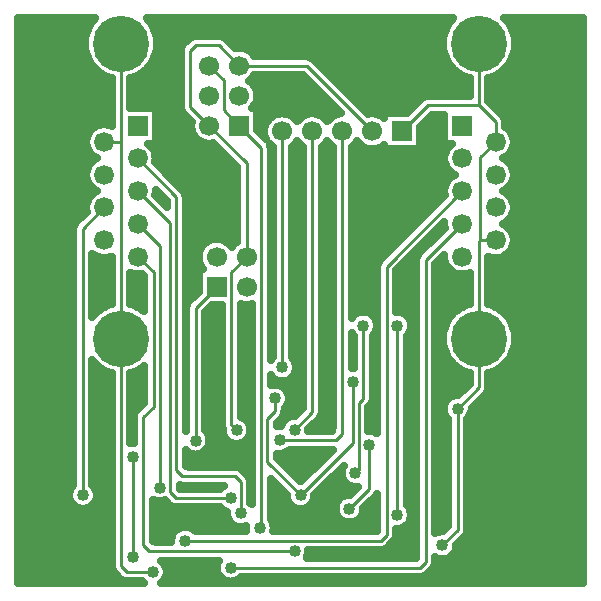
<source format=gbr>
G04 DipTrace 3.0.0.1*
G04 Bottom.gbr*
%MOIN*%
G04 #@! TF.FileFunction,Copper,L2,Bot*
G04 #@! TF.Part,Single*
G04 #@! TA.AperFunction,Conductor*
%ADD13C,0.01*%
G04 #@! TA.AperFunction,CopperBalancing*
%ADD14C,0.025*%
G04 #@! TA.AperFunction,ComponentPad*
%ADD15R,0.066929X0.066929*%
%ADD16C,0.066929*%
%ADD23R,0.066535X0.066535*%
%ADD24C,0.066535*%
%ADD25C,0.187402*%
G04 #@! TA.AperFunction,ViaPad*
%ADD33C,0.04*%
%FSLAX26Y26*%
G04*
G70*
G90*
G75*
G01*
G04 Bottom*
%LPD*%
X814445Y852870D2*
D13*
Y519008D1*
X881374Y469008D2*
X795640D1*
X775640Y489009D1*
Y1246625D1*
X1712888Y1937912D2*
X1799909Y2024933D1*
X1968815D1*
X2024720Y1969028D1*
Y1902136D1*
X1289106Y1047504D2*
Y1005787D1*
X1262539Y979220D1*
Y835913D1*
X1374110Y724343D1*
X1968815Y2024933D2*
Y2230483D1*
X775640Y1246625D2*
Y1902136D1*
Y2230483D1*
X1897591Y1012815D2*
Y608465D1*
X1846972Y557846D1*
X1968815Y1246625D2*
Y1084039D1*
X1897591Y1012815D1*
X2024720Y1902136D2*
X1973819Y1851235D1*
Y1574972D1*
X1968815Y1569969D1*
Y1246625D1*
X719735Y1902136D2*
X775640D1*
X1374110Y724343D2*
X1547890Y898123D1*
Y1102500D1*
X2024720Y1574971D2*
X1973819Y1574972D1*
X1094073Y1419108D2*
X1024071Y1349105D1*
Y906925D1*
X1612888Y1937912D2*
X1394136Y2156664D1*
X1169081D1*
X1194073Y1519108D2*
X1142539Y1467573D1*
Y960142D1*
X1160756Y941925D1*
X1069081Y1956664D2*
X1194073Y1831672D1*
Y1519108D1*
X1169081Y2156664D2*
X1100615Y2225130D1*
X1025610D1*
X1005610Y2205130D1*
Y2020135D1*
X1069081Y1956664D1*
X1312888Y1937912D2*
X1312890Y1151138D1*
X1304102Y908701D2*
X1492886D1*
X1512888Y928703D1*
Y1937912D1*
X1354102Y943701D2*
X1412888Y1002487D1*
Y1937912D1*
X1536614Y679882D2*
X1602890Y746157D1*
Y893705D1*
X1582890Y1290020D2*
Y1046772D1*
X1567890Y1031772D1*
Y809413D1*
X1556941Y798465D1*
X1696354Y659343D2*
Y1290020D1*
X1169081Y1956664D2*
X1117547Y2008198D1*
Y2108198D1*
X1069081Y2156664D1*
X1238236Y614343D2*
X1242539Y618646D1*
Y1883206D1*
X1169081Y1956664D1*
X1175756Y664339D2*
Y767976D1*
X1155755Y787978D1*
X979343D1*
X959343Y807978D1*
Y1719812D1*
X831546Y1847609D1*
X1140756Y715512D2*
X959343D1*
X939343Y735512D1*
Y1630757D1*
X831546Y1738554D1*
X648394Y724917D2*
Y1612685D1*
X719735Y1684026D1*
X904343Y750508D2*
Y1556702D1*
X831546Y1629499D1*
X1354110Y538744D2*
X869445D1*
X849445Y558744D1*
Y984559D1*
X884343Y1019457D1*
Y1467647D1*
X831546Y1520444D1*
X989886Y573744D2*
X1641354D1*
X1661354Y593744D1*
Y1486999D1*
X1912909Y1738554D1*
X1140756Y483744D2*
X1771972D1*
X1791972Y503744D1*
Y1508562D1*
X1912909Y1629499D1*
D33*
X814445Y519008D3*
Y852870D3*
X1547890Y1102500D3*
X1374110Y724343D3*
X881374Y469008D3*
X1289106Y1047504D3*
X1846972Y557846D3*
X1897591Y1012815D3*
X1024071Y906925D3*
X1160756Y941925D3*
X1312890Y1151138D3*
X1304102Y908701D3*
X1354102Y943701D3*
X1602890Y893705D3*
X1536614Y679882D3*
X1556941Y798465D3*
X1582890Y1290020D3*
X1696354D3*
Y659343D3*
X1238236Y614343D3*
X1175756Y664339D3*
X1140756Y715512D3*
X648394Y724917D3*
X904343Y750508D3*
X1354110Y538744D3*
X989886Y573744D3*
X1140756Y483744D3*
X435025Y2290631D2*
D14*
X669087D1*
X882193D2*
X1862251D1*
X2075406D2*
X2312983D1*
X435025Y2265762D2*
X658247D1*
X893033D2*
X1851411D1*
X2086245D2*
X2312983D1*
X435025Y2240894D2*
X653413D1*
X897866D2*
X994331D1*
X1131899D2*
X1846577D1*
X2091079D2*
X2312983D1*
X435025Y2216025D2*
X653803D1*
X897475D2*
X973530D1*
X1180085D2*
X1846967D1*
X2090639D2*
X2312983D1*
X435025Y2191156D2*
X659566D1*
X891714D2*
X971626D1*
X1220621D2*
X1852730D1*
X2084878D2*
X2312983D1*
X435025Y2166287D2*
X671529D1*
X879751D2*
X971626D1*
X1431558D2*
X1864693D1*
X2072915D2*
X2312983D1*
X435025Y2141419D2*
X692427D1*
X858853D2*
X971626D1*
X1456411D2*
X1885591D1*
X2052017D2*
X2312983D1*
X435025Y2116550D2*
X734810D1*
X816470D2*
X971626D1*
X1216177D2*
X1387202D1*
X1481314D2*
X1928022D1*
X2009634D2*
X2312983D1*
X435025Y2091681D2*
X741646D1*
X809634D2*
X971626D1*
X1220278D2*
X1412055D1*
X1506167D2*
X1934810D1*
X2002798D2*
X2312983D1*
X435025Y2066812D2*
X741646D1*
X809634D2*
X971626D1*
X1230678D2*
X1436958D1*
X1531021D2*
X1934810D1*
X2002798D2*
X2312983D1*
X435025Y2041944D2*
X741646D1*
X809634D2*
X971626D1*
X1229702D2*
X1461811D1*
X1555923D2*
X1769869D1*
X2002798D2*
X2312983D1*
X435025Y2017075D2*
X741646D1*
X809634D2*
X971773D1*
X1216617D2*
X1486665D1*
X1580777D2*
X1745014D1*
X2023745D2*
X2312983D1*
X435025Y1992206D2*
X741646D1*
X893814D2*
X986470D1*
X1231558D2*
X1284955D1*
X1340835D2*
X1384955D1*
X1440835D2*
X1484955D1*
X1640835D2*
X1650396D1*
X1814223D2*
X1850630D1*
X2048598D2*
X2312983D1*
X435025Y1967337D2*
X741646D1*
X893814D2*
X1007563D1*
X1231558D2*
X1258150D1*
X1789370D2*
X1850630D1*
X2058706D2*
X2312983D1*
X435025Y1942469D2*
X673139D1*
X893814D2*
X1008345D1*
X1231558D2*
X1250581D1*
X1775357D2*
X1850630D1*
X2071353D2*
X2312983D1*
X435025Y1917600D2*
X659517D1*
X893814D2*
X1021089D1*
X1775357D2*
X1850630D1*
X2084975D2*
X2312983D1*
X435025Y1892731D2*
X658198D1*
X873257D2*
X1085982D1*
X1354799D2*
X1370942D1*
X1454799D2*
X1470942D1*
X1554799D2*
X1570942D1*
X1775357D2*
X1871235D1*
X2086245D2*
X2312983D1*
X435025Y1867862D2*
X668257D1*
X890298D2*
X1110835D1*
X1346890D2*
X1378902D1*
X1446890D2*
X1478902D1*
X1546890D2*
X1854194D1*
X2076186D2*
X2312983D1*
X435025Y1842993D2*
X684370D1*
X893618D2*
X1135689D1*
X1346890D2*
X1378902D1*
X1446890D2*
X1478902D1*
X1546890D2*
X1850825D1*
X2060122D2*
X2312983D1*
X435025Y1818125D2*
X662983D1*
X908071D2*
X1160054D1*
X1346890D2*
X1378902D1*
X1446890D2*
X1478902D1*
X1546890D2*
X1858442D1*
X2081509D2*
X2312983D1*
X435025Y1793256D2*
X657466D1*
X932925D2*
X1160054D1*
X1346890D2*
X1378902D1*
X1446890D2*
X1478902D1*
X1546890D2*
X1885542D1*
X2086978D2*
X2312983D1*
X435025Y1768387D2*
X662789D1*
X957827D2*
X1160054D1*
X1346890D2*
X1378902D1*
X1446890D2*
X1478902D1*
X1546890D2*
X1858638D1*
X2081655D2*
X2312983D1*
X435025Y1743518D2*
X683833D1*
X982681D2*
X1160054D1*
X1346890D2*
X1378902D1*
X1446890D2*
X1478902D1*
X1546890D2*
X1850825D1*
X2060610D2*
X2312983D1*
X435025Y1718650D2*
X668501D1*
X898501D2*
X913423D1*
X993325D2*
X1160054D1*
X1346890D2*
X1378902D1*
X1446890D2*
X1478902D1*
X1546890D2*
X1845942D1*
X2075942D2*
X2312983D1*
X435025Y1693781D2*
X658247D1*
X993325D2*
X1160054D1*
X1346890D2*
X1378902D1*
X1446890D2*
X1478902D1*
X1546890D2*
X1821089D1*
X2086197D2*
X2312983D1*
X435025Y1668912D2*
X657563D1*
X993325D2*
X1160054D1*
X1346890D2*
X1378902D1*
X1446890D2*
X1478902D1*
X1546890D2*
X1796235D1*
X2085025D2*
X2312983D1*
X435025Y1644043D2*
X632710D1*
X993325D2*
X1160054D1*
X1346890D2*
X1378902D1*
X1446890D2*
X1478902D1*
X1546890D2*
X1771333D1*
X2071646D2*
X2312983D1*
X435025Y1619175D2*
X615083D1*
X993325D2*
X1160054D1*
X1346890D2*
X1378902D1*
X1446890D2*
X1478902D1*
X1546890D2*
X1746479D1*
X1840591D2*
X1851550D1*
X2067446D2*
X2312983D1*
X435025Y1594306D2*
X614399D1*
X993325D2*
X1160054D1*
X1346890D2*
X1378902D1*
X1446890D2*
X1478902D1*
X1546890D2*
X1721626D1*
X1815689D2*
X1830659D1*
X2083755D2*
X2312983D1*
X435025Y1569437D2*
X614399D1*
X993325D2*
X1058979D1*
X1129165D2*
X1158979D1*
X1346890D2*
X1378902D1*
X1446890D2*
X1478902D1*
X1546890D2*
X1696723D1*
X1790835D2*
X1805806D1*
X2086734D2*
X2312983D1*
X435025Y1544568D2*
X614399D1*
X993325D2*
X1037299D1*
X1346890D2*
X1378902D1*
X1446890D2*
X1478902D1*
X1546890D2*
X1671870D1*
X1765982D2*
X1780953D1*
X2078677D2*
X2312983D1*
X435025Y1519699D2*
X614399D1*
X682387D2*
X694478D1*
X993325D2*
X1031635D1*
X1346890D2*
X1378902D1*
X1446890D2*
X1478902D1*
X1546890D2*
X1647017D1*
X1741079D2*
X1760005D1*
X2049966D2*
X2312983D1*
X435025Y1494831D2*
X614399D1*
X682387D2*
X741646D1*
X993325D2*
X1036762D1*
X1346890D2*
X1378902D1*
X1446890D2*
X1478902D1*
X1546890D2*
X1628365D1*
X1716226D2*
X1757954D1*
X1825991D2*
X1856391D1*
X2002798D2*
X2312983D1*
X435025Y1469962D2*
X614399D1*
X682387D2*
X741646D1*
X993325D2*
X1031587D1*
X1346890D2*
X1378902D1*
X1446890D2*
X1478902D1*
X1546890D2*
X1627339D1*
X1695375D2*
X1757954D1*
X1825991D2*
X1878413D1*
X2002798D2*
X2312983D1*
X435025Y1445093D2*
X614399D1*
X682387D2*
X741646D1*
X809634D2*
X850337D1*
X993325D2*
X1031587D1*
X1346890D2*
X1378902D1*
X1446890D2*
X1478902D1*
X1546890D2*
X1627339D1*
X1695375D2*
X1757954D1*
X1825991D2*
X1934810D1*
X2002798D2*
X2312983D1*
X435025Y1420224D2*
X614399D1*
X682387D2*
X741646D1*
X809634D2*
X850337D1*
X993325D2*
X1031587D1*
X1346890D2*
X1378902D1*
X1446890D2*
X1478902D1*
X1546890D2*
X1627339D1*
X1695375D2*
X1757954D1*
X1825991D2*
X1934810D1*
X2002798D2*
X2312983D1*
X435025Y1395356D2*
X614399D1*
X682387D2*
X741646D1*
X809634D2*
X850337D1*
X993325D2*
X1023286D1*
X1346890D2*
X1378902D1*
X1446890D2*
X1478902D1*
X1546890D2*
X1627339D1*
X1695375D2*
X1757954D1*
X1825991D2*
X1934810D1*
X2002798D2*
X2312983D1*
X435025Y1370487D2*
X614399D1*
X682387D2*
X741646D1*
X809634D2*
X850337D1*
X1346890D2*
X1378902D1*
X1446890D2*
X1478902D1*
X1546890D2*
X1627339D1*
X1695375D2*
X1757954D1*
X1825991D2*
X1934810D1*
X2002798D2*
X2312983D1*
X435025Y1345618D2*
X614399D1*
X682387D2*
X704975D1*
X1067642D2*
X1108539D1*
X1176529D2*
X1208539D1*
X1346890D2*
X1378902D1*
X1446890D2*
X1478902D1*
X1546890D2*
X1627339D1*
X1695375D2*
X1757954D1*
X1825991D2*
X1898139D1*
X2039517D2*
X2312983D1*
X435025Y1320749D2*
X614399D1*
X1058071D2*
X1108539D1*
X1176529D2*
X1208539D1*
X1346890D2*
X1378902D1*
X1446890D2*
X1478902D1*
X1733755D2*
X1757954D1*
X1825991D2*
X1871675D1*
X2065933D2*
X2312983D1*
X435025Y1295881D2*
X614399D1*
X1058071D2*
X1108539D1*
X1176529D2*
X1208539D1*
X1346890D2*
X1378902D1*
X1446890D2*
X1478902D1*
X1744986D2*
X1757954D1*
X1825991D2*
X1856685D1*
X2080971D2*
X2312983D1*
X435025Y1271012D2*
X614399D1*
X1058071D2*
X1108539D1*
X1176529D2*
X1208539D1*
X1346890D2*
X1378902D1*
X1446890D2*
X1478902D1*
X1741274D2*
X1757954D1*
X1825991D2*
X1848627D1*
X2089029D2*
X2312983D1*
X435025Y1246143D2*
X614399D1*
X1058071D2*
X1108539D1*
X1176529D2*
X1208539D1*
X1346890D2*
X1378902D1*
X1446890D2*
X1478902D1*
X1616909D2*
X1627350D1*
X1730337D2*
X1757954D1*
X1825991D2*
X1846138D1*
X2091518D2*
X2312983D1*
X435025Y1221274D2*
X614399D1*
X1058071D2*
X1108539D1*
X1176529D2*
X1208539D1*
X1346890D2*
X1378902D1*
X1446890D2*
X1478902D1*
X1616909D2*
X1627350D1*
X1730337D2*
X1757954D1*
X1825991D2*
X1848823D1*
X2088833D2*
X2312983D1*
X435025Y1196406D2*
X614399D1*
X1058071D2*
X1108539D1*
X1176529D2*
X1208539D1*
X1346890D2*
X1378902D1*
X1446890D2*
X1478902D1*
X1616909D2*
X1627350D1*
X1730337D2*
X1757954D1*
X1825991D2*
X1857123D1*
X2080533D2*
X2312983D1*
X435025Y1171537D2*
X614399D1*
X1058071D2*
X1108539D1*
X1176529D2*
X1208539D1*
X1357193D2*
X1378902D1*
X1446890D2*
X1478902D1*
X1616909D2*
X1627350D1*
X1730337D2*
X1757954D1*
X1825991D2*
X1872455D1*
X2065201D2*
X2312983D1*
X435025Y1146668D2*
X614399D1*
X682387D2*
X706391D1*
X1058071D2*
X1108539D1*
X1176529D2*
X1208539D1*
X1361685D2*
X1378861D1*
X1446890D2*
X1478902D1*
X1616909D2*
X1627350D1*
X1730337D2*
X1757954D1*
X1825991D2*
X1899555D1*
X2038051D2*
X2312983D1*
X435025Y1121799D2*
X614399D1*
X682387D2*
X741646D1*
X809634D2*
X850337D1*
X1058071D2*
X1108539D1*
X1176529D2*
X1208539D1*
X1351479D2*
X1378902D1*
X1446890D2*
X1478902D1*
X1616909D2*
X1627350D1*
X1730337D2*
X1757954D1*
X1825991D2*
X1934810D1*
X2002798D2*
X2312983D1*
X435025Y1096930D2*
X614399D1*
X682387D2*
X741646D1*
X809634D2*
X850337D1*
X1058071D2*
X1108539D1*
X1176529D2*
X1208539D1*
X1276529D2*
X1378902D1*
X1446890D2*
X1478902D1*
X1616909D2*
X1627350D1*
X1730337D2*
X1757954D1*
X1825991D2*
X1934663D1*
X2002798D2*
X2312983D1*
X435025Y1072062D2*
X614399D1*
X682387D2*
X741646D1*
X809634D2*
X850337D1*
X1058071D2*
X1108539D1*
X1176529D2*
X1208539D1*
X1331070D2*
X1378902D1*
X1446890D2*
X1478902D1*
X1616909D2*
X1627350D1*
X1730337D2*
X1757954D1*
X1825991D2*
X1909810D1*
X2000454D2*
X2312983D1*
X435025Y1047193D2*
X614399D1*
X682387D2*
X741646D1*
X809634D2*
X850337D1*
X1058071D2*
X1108539D1*
X1176529D2*
X1208539D1*
X1338101D2*
X1378902D1*
X1446890D2*
X1478902D1*
X1616909D2*
X1627350D1*
X1730337D2*
X1757954D1*
X1825991D2*
X1863765D1*
X1979018D2*
X2312983D1*
X435025Y1022324D2*
X614399D1*
X682387D2*
X741646D1*
X809634D2*
X840181D1*
X1058071D2*
X1108539D1*
X1176529D2*
X1208539D1*
X1330678D2*
X1378902D1*
X1446890D2*
X1478902D1*
X1605483D2*
X1627339D1*
X1730337D2*
X1757954D1*
X1825991D2*
X1849555D1*
X1954165D2*
X2312983D1*
X435025Y997455D2*
X614399D1*
X682387D2*
X741646D1*
X809634D2*
X818207D1*
X1058071D2*
X1108539D1*
X1176529D2*
X1208539D1*
X1321987D2*
X1360786D1*
X1446499D2*
X1478902D1*
X1601870D2*
X1627339D1*
X1730337D2*
X1757954D1*
X1825991D2*
X1851215D1*
X1943959D2*
X2312983D1*
X435025Y972587D2*
X614399D1*
X682387D2*
X741646D1*
X1058071D2*
X1108539D1*
X1198207D2*
X1208533D1*
X1302945D2*
X1315171D1*
X1430043D2*
X1478902D1*
X1601870D2*
X1627339D1*
X1730337D2*
X1757954D1*
X1825991D2*
X1863570D1*
X1931606D2*
X2312983D1*
X435025Y947718D2*
X614399D1*
X682387D2*
X741646D1*
X1058071D2*
X1111079D1*
X1405190D2*
X1478902D1*
X1601870D2*
X1627339D1*
X1730337D2*
X1757954D1*
X1825991D2*
X1863570D1*
X1931606D2*
X2312983D1*
X435025Y922849D2*
X614399D1*
X682387D2*
X741646D1*
X1070278D2*
X1115865D1*
X1730337D2*
X1757954D1*
X1825991D2*
X1863570D1*
X1931606D2*
X2312983D1*
X435025Y897980D2*
X614399D1*
X682387D2*
X741646D1*
X1072182D2*
X1143062D1*
X1178482D2*
X1208539D1*
X1730337D2*
X1757954D1*
X1825991D2*
X1863570D1*
X1931606D2*
X2312983D1*
X435025Y873112D2*
X614399D1*
X682387D2*
X741646D1*
X1058510D2*
X1208539D1*
X1336538D2*
X1475825D1*
X1730337D2*
X1757954D1*
X1825991D2*
X1863570D1*
X1931606D2*
X2312983D1*
X435025Y848243D2*
X614399D1*
X682387D2*
X741646D1*
X993325D2*
X1208539D1*
X1297281D2*
X1450971D1*
X1730337D2*
X1757954D1*
X1825991D2*
X1863570D1*
X1931606D2*
X2312983D1*
X435025Y823374D2*
X614399D1*
X682387D2*
X741646D1*
X993325D2*
X1208539D1*
X1322134D2*
X1426070D1*
X1730337D2*
X1757954D1*
X1825991D2*
X1863570D1*
X1931606D2*
X2312983D1*
X435025Y798505D2*
X614399D1*
X682387D2*
X741646D1*
X1192251D2*
X1208539D1*
X1346987D2*
X1401215D1*
X1495327D2*
X1507954D1*
X1730337D2*
X1757954D1*
X1825991D2*
X1863570D1*
X1931606D2*
X2312983D1*
X435025Y773636D2*
X614399D1*
X682387D2*
X741646D1*
X1470474D2*
X1515131D1*
X1730337D2*
X1757954D1*
X1825991D2*
X1863570D1*
X1931606D2*
X2312983D1*
X435025Y748768D2*
X606001D1*
X690835D2*
X741646D1*
X973354D2*
X1105757D1*
X1276529D2*
X1302631D1*
X1445571D2*
X1558442D1*
X1730337D2*
X1757954D1*
X1825991D2*
X1863570D1*
X1931606D2*
X2312983D1*
X435025Y723899D2*
X599409D1*
X697378D2*
X741646D1*
X1276529D2*
X1325093D1*
X1423110D2*
X1519135D1*
X1730337D2*
X1757954D1*
X1825991D2*
X1863570D1*
X1931606D2*
X2312983D1*
X435025Y699030D2*
X607270D1*
X689517D2*
X741646D1*
X883462D2*
X928755D1*
X1276529D2*
X1332613D1*
X1415639D2*
X1491743D1*
X1602798D2*
X1627339D1*
X1730337D2*
X1757954D1*
X1825991D2*
X1863570D1*
X1931606D2*
X2312983D1*
X435025Y674161D2*
X741646D1*
X883462D2*
X1116987D1*
X1276529D2*
X1487983D1*
X1585269D2*
X1627339D1*
X1742934D2*
X1757954D1*
X1825991D2*
X1863570D1*
X1931606D2*
X2312983D1*
X435025Y649293D2*
X741646D1*
X883462D2*
X1129243D1*
X1276529D2*
X1499117D1*
X1574135D2*
X1627339D1*
X1744253D2*
X1757954D1*
X1825991D2*
X1863570D1*
X1931606D2*
X2312983D1*
X435025Y624424D2*
X741646D1*
X883462D2*
X1149409D1*
X1286147D2*
X1627339D1*
X1729555D2*
X1757954D1*
X1825991D2*
X1863570D1*
X1931606D2*
X2312983D1*
X435025Y599555D2*
X741646D1*
X883462D2*
X948726D1*
X1695375D2*
X1757954D1*
X1930289D2*
X2312983D1*
X435025Y574686D2*
X741646D1*
X883462D2*
X940913D1*
X1688930D2*
X1757954D1*
X1910854D2*
X2312983D1*
X435025Y549818D2*
X741646D1*
X1664322D2*
X1757954D1*
X1895278D2*
X2312983D1*
X435025Y524949D2*
X741646D1*
X1401039D2*
X1757954D1*
X1882339D2*
X2312983D1*
X435025Y500080D2*
X741646D1*
X918471D2*
X1094722D1*
X1825747D2*
X2312983D1*
X435025Y475211D2*
X744819D1*
X929946D2*
X1092525D1*
X1810463D2*
X2312983D1*
X435025Y450343D2*
X767281D1*
X926479D2*
X1105903D1*
X1175601D2*
X2312983D1*
X1213756Y2016629D2*
X1229046D1*
Y1941287D1*
X1259339Y1910955D1*
X1255858Y1919382D1*
X1253663Y1928531D1*
X1252924Y1937912D1*
X1253663Y1947293D1*
X1255858Y1956442D1*
X1259459Y1965135D1*
X1264377Y1973159D1*
X1270487Y1980314D1*
X1277642Y1986424D1*
X1285665Y1991341D1*
X1294358Y1994942D1*
X1303508Y1997138D1*
X1312888Y1997877D1*
X1322269Y1997138D1*
X1331419Y1994942D1*
X1340112Y1991341D1*
X1348135Y1986424D1*
X1355290Y1980314D1*
X1361400Y1973159D1*
X1362862Y1970971D1*
X1367291Y1976856D1*
X1373945Y1983509D1*
X1381556Y1989041D1*
X1389941Y1993312D1*
X1398890Y1996219D1*
X1408184Y1997692D1*
X1417593D1*
X1426887Y1996219D1*
X1435836Y1993312D1*
X1444220Y1989041D1*
X1451832Y1983509D1*
X1458486Y1976856D1*
X1462862Y1970971D1*
X1467291Y1976856D1*
X1473945Y1983509D1*
X1481556Y1989041D1*
X1489941Y1993312D1*
X1498890Y1996219D1*
X1508533Y1997706D1*
X1381072Y2125181D1*
X1220064Y2125164D1*
X1214678Y2117720D1*
X1208025Y2111067D1*
X1202140Y2106690D1*
X1208025Y2102261D1*
X1214678Y2095608D1*
X1220210Y2087996D1*
X1224482Y2079612D1*
X1227388Y2070663D1*
X1228861Y2061369D1*
Y2051959D1*
X1227388Y2042665D1*
X1224482Y2033717D1*
X1220210Y2025332D1*
X1214678Y2017720D1*
X1213668Y2016626D1*
X1082882Y1898316D2*
X1073786Y1896885D1*
X1064377D1*
X1055083Y1898357D1*
X1046134Y1901264D1*
X1037749Y1905535D1*
X1030138Y1911067D1*
X1023484Y1917720D1*
X1017953Y1925332D1*
X1013681Y1933717D1*
X1010774Y1942665D1*
X1009302Y1951959D1*
Y1961369D1*
X1010734Y1970465D1*
X981657Y1999677D1*
X977543Y2005835D1*
X974980Y2012782D1*
X974110Y2020135D1*
X974207Y2207601D1*
X975652Y2214864D1*
X978752Y2221589D1*
X983336Y2227404D1*
X1005152Y2249083D1*
X1011310Y2253197D1*
X1018256Y2255760D1*
X1025610Y2256630D1*
X1103087Y2256533D1*
X1110349Y2255088D1*
X1117073Y2251988D1*
X1122890Y2247404D1*
X1155310Y2214983D1*
X1164377Y2216444D1*
X1173786D1*
X1183080Y2214971D1*
X1192029Y2212064D1*
X1200413Y2207793D1*
X1208025Y2202261D1*
X1214678Y2195608D1*
X1220097Y2188164D1*
X1396608Y2188067D1*
X1403870Y2186622D1*
X1410596Y2183522D1*
X1416411Y2178938D1*
X1599091Y1996257D1*
X1608184Y1997692D1*
X1617593D1*
X1626887Y1996219D1*
X1635836Y1993312D1*
X1644220Y1989041D1*
X1651832Y1983509D1*
X1652927Y1982499D1*
X1652924Y1997877D1*
X1728266D1*
X1779451Y2048886D1*
X1785609Y2053000D1*
X1792556Y2055563D1*
X1799909Y2056433D1*
X1937361D1*
X1937315Y2114434D1*
X1922816Y2119432D1*
X1914245Y2123383D1*
X1906010Y2127995D1*
X1898163Y2133239D1*
X1890751Y2139081D1*
X1883820Y2145488D1*
X1877413Y2152419D1*
X1871571Y2159831D1*
X1866327Y2167678D1*
X1861715Y2175913D1*
X1857764Y2184484D1*
X1854497Y2193339D1*
X1851936Y2202423D1*
X1850094Y2211680D1*
X1848984Y2221052D1*
X1848614Y2230483D1*
X1848984Y2239913D1*
X1850094Y2249286D1*
X1851936Y2258543D1*
X1854497Y2267627D1*
X1857764Y2276482D1*
X1861715Y2285052D1*
X1866327Y2293287D1*
X1871571Y2301135D1*
X1877413Y2308547D1*
X1883848Y2315503D1*
X860635Y2315478D1*
X867042Y2308547D1*
X872885Y2301135D1*
X878129Y2293287D1*
X882740Y2285052D1*
X886692Y2276482D1*
X889958Y2267627D1*
X892520Y2258543D1*
X894361Y2249286D1*
X895471Y2239913D1*
X895841Y2230483D1*
X895471Y2221052D1*
X894361Y2211680D1*
X892520Y2202423D1*
X889958Y2193339D1*
X886692Y2184484D1*
X882740Y2175913D1*
X878129Y2167678D1*
X872885Y2159831D1*
X867042Y2152419D1*
X860635Y2145488D1*
X853705Y2139081D1*
X846293Y2133239D1*
X838445Y2127995D1*
X830210Y2123383D1*
X821639Y2119432D1*
X807143Y2114573D1*
X807140Y2016470D1*
X891314Y2016432D1*
Y1896896D1*
X865386D1*
X873808Y1889871D1*
X879899Y1882740D1*
X884799Y1874743D1*
X888388Y1866079D1*
X890577Y1856958D1*
X891314Y1847609D1*
X890577Y1838260D1*
X889723Y1833962D1*
X983295Y1740269D1*
X987409Y1734113D1*
X989972Y1727165D1*
X990843Y1719812D1*
Y939490D1*
X992563Y941073D1*
X992668Y1351576D1*
X994113Y1358839D1*
X997213Y1365564D1*
X1001797Y1371379D1*
X1034080Y1403661D1*
X1034109Y1479072D1*
X1049392D1*
X1042945Y1487776D1*
X1038673Y1496160D1*
X1035766Y1505109D1*
X1034294Y1514403D1*
Y1523812D1*
X1035766Y1533106D1*
X1038673Y1542055D1*
X1042945Y1550440D1*
X1048476Y1558051D1*
X1055130Y1564705D1*
X1062741Y1570236D1*
X1071126Y1574508D1*
X1080075Y1577415D1*
X1089369Y1578887D1*
X1098778D1*
X1108072Y1577415D1*
X1117021Y1574508D1*
X1125406Y1570236D1*
X1133017Y1564705D1*
X1139671Y1558051D1*
X1144047Y1552167D1*
X1148476Y1558051D1*
X1155130Y1564705D1*
X1162573Y1570123D1*
Y1818668D1*
X1082894Y1898304D1*
X1111021Y1359143D2*
X1078697D1*
X1055546Y1336033D1*
X1055571Y941146D1*
X1061690Y934257D1*
X1065503Y928035D1*
X1068295Y921294D1*
X1069999Y914199D1*
X1070571Y906925D1*
X1069999Y899651D1*
X1068295Y892555D1*
X1065503Y885815D1*
X1061690Y879593D1*
X1056951Y874045D1*
X1051403Y869306D1*
X1045181Y865493D1*
X1038441Y862701D1*
X1031345Y860997D1*
X1024071Y860425D1*
X1016797Y860997D1*
X1009702Y862701D1*
X1002961Y865493D1*
X996739Y869306D1*
X990852Y874411D1*
X990843Y821033D1*
X1004343Y819478D1*
X1158226Y819381D1*
X1165488Y817936D1*
X1172213Y814836D1*
X1178028Y810252D1*
X1199709Y788433D1*
X1203823Y782277D1*
X1206386Y775329D1*
X1207256Y767976D1*
Y698592D1*
X1211047Y694612D1*
X1211039Y1361566D1*
X1203454Y1359882D1*
X1194073Y1359143D1*
X1184693Y1359882D1*
X1175543Y1362077D1*
X1174042Y1362631D1*
X1174039Y986470D1*
X1181866Y983357D1*
X1188088Y979545D1*
X1193636Y974806D1*
X1198375Y969257D1*
X1202188Y963035D1*
X1204980Y956294D1*
X1206684Y949199D1*
X1207256Y941925D1*
X1206684Y934651D1*
X1204980Y927555D1*
X1202188Y920815D1*
X1198375Y914593D1*
X1193636Y909045D1*
X1188088Y904306D1*
X1181866Y900493D1*
X1175125Y897701D1*
X1168030Y895997D1*
X1160756Y895425D1*
X1153482Y895997D1*
X1146387Y897701D1*
X1139646Y900493D1*
X1133424Y904306D1*
X1127875Y909045D1*
X1123136Y914593D1*
X1119324Y920815D1*
X1116531Y927555D1*
X1114828Y934651D1*
X1114256Y941925D1*
X1114438Y945899D1*
X1111909Y952789D1*
X1111039Y960142D1*
Y1359117D1*
X1879073Y1896896D2*
X1853142D1*
Y1993429D1*
X1813004Y1993433D1*
X1772845Y1953320D1*
X1772853Y1877948D1*
X1652924D1*
Y1893231D1*
X1644220Y1886783D1*
X1635836Y1882512D1*
X1626887Y1879605D1*
X1617593Y1878133D1*
X1608184D1*
X1598890Y1879605D1*
X1589941Y1882512D1*
X1581556Y1886783D1*
X1573945Y1892315D1*
X1567291Y1898969D1*
X1562915Y1904853D1*
X1558486Y1898969D1*
X1551832Y1892315D1*
X1544388Y1886896D1*
Y1316085D1*
X1550009Y1322900D1*
X1555558Y1327639D1*
X1561780Y1331451D1*
X1568521Y1334244D1*
X1575615Y1335948D1*
X1582890Y1336520D1*
X1590164Y1335948D1*
X1597260Y1334244D1*
X1604000Y1331451D1*
X1610222Y1327639D1*
X1615770Y1322900D1*
X1620509Y1317352D1*
X1624322Y1311130D1*
X1627114Y1304390D1*
X1628818Y1297294D1*
X1629390Y1290020D1*
X1628818Y1282745D1*
X1627114Y1275651D1*
X1624322Y1268909D1*
X1620509Y1262688D1*
X1615770Y1257139D1*
X1614399Y1255871D1*
X1614293Y1044301D1*
X1612848Y1037038D1*
X1609748Y1030314D1*
X1605164Y1024499D1*
X1599398Y1018732D1*
X1599390Y940122D1*
X1606538Y940062D1*
X1613745Y938920D1*
X1620685Y936665D1*
X1627186Y933353D1*
X1629854Y931570D1*
X1629951Y1489470D1*
X1631396Y1496732D1*
X1634496Y1503457D1*
X1639080Y1509272D1*
X1854699Y1724891D1*
X1853325Y1733865D1*
Y1743243D1*
X1854793Y1752507D1*
X1857692Y1761427D1*
X1861949Y1769782D1*
X1867462Y1777370D1*
X1874093Y1784001D1*
X1881681Y1789514D1*
X1888490Y1793058D1*
X1881681Y1796648D1*
X1874093Y1802161D1*
X1867462Y1808793D1*
X1861949Y1816381D1*
X1857692Y1824736D1*
X1854793Y1833656D1*
X1853325Y1842920D1*
Y1852298D1*
X1854793Y1861562D1*
X1857692Y1870482D1*
X1861949Y1878837D1*
X1867462Y1886425D1*
X1874093Y1893056D1*
X1879165Y1896888D1*
X1854732Y1615852D2*
X1853325Y1624810D1*
X1853358Y1634461D1*
X1692840Y1473937D1*
X1692854Y1336364D1*
X1700003Y1336377D1*
X1707209Y1335235D1*
X1714148Y1332980D1*
X1720650Y1329668D1*
X1726554Y1325379D1*
X1731713Y1320219D1*
X1736001Y1314316D1*
X1739315Y1307815D1*
X1741570Y1300875D1*
X1742711Y1293668D1*
Y1286371D1*
X1741570Y1279165D1*
X1739315Y1272226D1*
X1736001Y1265724D1*
X1731713Y1259820D1*
X1727862Y1255871D1*
X1727854Y693584D1*
X1733974Y686675D1*
X1737786Y680454D1*
X1740579Y673713D1*
X1742282Y666617D1*
X1742854Y659343D1*
X1742282Y652068D1*
X1740579Y644974D1*
X1737786Y638232D1*
X1733974Y632010D1*
X1729235Y626462D1*
X1723686Y621723D1*
X1717465Y617911D1*
X1710723Y615119D1*
X1703629Y613416D1*
X1696354Y612843D1*
X1692862Y612980D1*
X1692757Y591273D1*
X1691312Y584010D1*
X1688213Y577285D1*
X1683627Y571470D1*
X1661811Y549791D1*
X1655655Y545677D1*
X1648707Y543114D1*
X1641354Y542244D1*
X1400484D1*
X1400467Y535096D1*
X1399325Y527888D1*
X1397071Y520949D1*
X1394197Y515232D1*
X1758969Y515244D1*
X1760472Y528744D1*
X1760570Y1511033D1*
X1762013Y1518295D1*
X1765114Y1525020D1*
X1769698Y1530835D1*
X1854738Y1615874D1*
X1937329Y1465940D2*
X1931379Y1463601D1*
X1922259Y1461412D1*
X1912909Y1460676D1*
X1903560Y1461412D1*
X1894440Y1463601D1*
X1885776Y1467190D1*
X1877778Y1472091D1*
X1870647Y1478181D1*
X1864556Y1485312D1*
X1859656Y1493310D1*
X1856067Y1501974D1*
X1853878Y1511094D1*
X1853142Y1520444D1*
X1853358Y1525406D1*
X1823490Y1495531D1*
X1823472Y597966D1*
X1829177Y600806D1*
X1836117Y603062D1*
X1843324Y604202D1*
X1848839Y604273D1*
X1866096Y621517D1*
X1866091Y978631D1*
X1859971Y985483D1*
X1856159Y991705D1*
X1853367Y998446D1*
X1851664Y1005541D1*
X1851091Y1012815D1*
X1851664Y1020089D1*
X1853367Y1027184D1*
X1856159Y1033925D1*
X1859971Y1040147D1*
X1864710Y1045696D1*
X1870259Y1050434D1*
X1876480Y1054247D1*
X1883222Y1057039D1*
X1890316Y1058743D1*
X1897591Y1059315D1*
X1899458Y1059241D1*
X1937293Y1097064D1*
X1937315Y1130669D1*
X1922816Y1135573D1*
X1914245Y1139525D1*
X1906010Y1144136D1*
X1898163Y1149381D1*
X1890751Y1155223D1*
X1883820Y1161630D1*
X1877413Y1168560D1*
X1871571Y1175972D1*
X1866327Y1183820D1*
X1861715Y1192055D1*
X1857764Y1200626D1*
X1854497Y1209480D1*
X1851936Y1218564D1*
X1850094Y1227822D1*
X1848984Y1237194D1*
X1848614Y1246625D1*
X1848984Y1256055D1*
X1850094Y1265428D1*
X1851936Y1274685D1*
X1854497Y1283769D1*
X1857764Y1292623D1*
X1861715Y1301194D1*
X1866327Y1309429D1*
X1871571Y1317277D1*
X1877413Y1324689D1*
X1883820Y1331619D1*
X1890751Y1338026D1*
X1898163Y1343869D1*
X1906010Y1349113D1*
X1914245Y1353724D1*
X1922816Y1357676D1*
X1937312Y1362534D1*
X1937315Y1465912D1*
X2084304Y1897448D2*
X2082837Y1888184D1*
X2079938Y1879264D1*
X2075681Y1870908D1*
X2070168Y1863320D1*
X2063537Y1856689D1*
X2055949Y1851176D1*
X2049140Y1847633D1*
X2055949Y1844042D1*
X2063537Y1838529D1*
X2070168Y1831898D1*
X2075681Y1824310D1*
X2079938Y1815954D1*
X2082837Y1807034D1*
X2084304Y1797770D1*
Y1788392D1*
X2082837Y1779129D1*
X2079938Y1770209D1*
X2075681Y1761853D1*
X2070168Y1754265D1*
X2063537Y1747634D1*
X2055949Y1742121D1*
X2049140Y1738577D1*
X2055949Y1734987D1*
X2063537Y1729474D1*
X2070168Y1722843D1*
X2075681Y1715255D1*
X2079938Y1706899D1*
X2082837Y1697979D1*
X2084304Y1688715D1*
Y1679337D1*
X2082837Y1670073D1*
X2079938Y1661154D1*
X2075681Y1652798D1*
X2070168Y1645210D1*
X2063537Y1638579D1*
X2055949Y1633066D1*
X2049140Y1629522D1*
X2055949Y1625932D1*
X2063537Y1620419D1*
X2070168Y1613787D1*
X2075681Y1606199D1*
X2079938Y1597844D1*
X2082837Y1588924D1*
X2084304Y1579660D1*
Y1570282D1*
X2082837Y1561018D1*
X2079938Y1552098D1*
X2075681Y1543743D1*
X2070168Y1536155D1*
X2063537Y1529524D1*
X2055949Y1524010D1*
X2047593Y1519753D1*
X2038673Y1516854D1*
X2029409Y1515387D1*
X2020031D1*
X2010768Y1516854D1*
X2001848Y1519753D1*
X2000301Y1520467D1*
X2000315Y1362596D1*
X2014814Y1357676D1*
X2023385Y1353724D1*
X2031619Y1349113D1*
X2039467Y1343869D1*
X2046879Y1338026D1*
X2053810Y1331619D1*
X2060217Y1324689D1*
X2066059Y1317277D1*
X2071303Y1309429D1*
X2075915Y1301194D1*
X2079866Y1292623D1*
X2083133Y1283769D1*
X2085694Y1274685D1*
X2087535Y1265428D1*
X2088646Y1256055D1*
X2089016Y1246625D1*
X2088646Y1237194D1*
X2087535Y1227822D1*
X2085694Y1218564D1*
X2083133Y1209480D1*
X2079866Y1200626D1*
X2075915Y1192055D1*
X2071303Y1183820D1*
X2066059Y1175972D1*
X2060217Y1168560D1*
X2053810Y1161630D1*
X2046879Y1155223D1*
X2039467Y1149381D1*
X2031619Y1144136D1*
X2023385Y1139525D1*
X2014814Y1135573D1*
X2000318Y1130715D1*
X2000218Y1081567D1*
X1998773Y1074304D1*
X1995673Y1067580D1*
X1991089Y1061765D1*
X1944029Y1014705D1*
X1943948Y1009167D1*
X1942806Y1001959D1*
X1940551Y995020D1*
X1937239Y988518D1*
X1932950Y982615D1*
X1929100Y978667D1*
X1928993Y605993D1*
X1927550Y598731D1*
X1924449Y592007D1*
X1919865Y586192D1*
X1893451Y559778D1*
X1892899Y550572D1*
X1891196Y543476D1*
X1888404Y536735D1*
X1884592Y530514D1*
X1879853Y524966D1*
X1874304Y520227D1*
X1868083Y516415D1*
X1861341Y513622D1*
X1854247Y511919D1*
X1846972Y511346D1*
X1839698Y511919D1*
X1832602Y513622D1*
X1825861Y516415D1*
X1823459Y517760D1*
X1823375Y501273D1*
X1821930Y494010D1*
X1818831Y487285D1*
X1814245Y481470D1*
X1792429Y459791D1*
X1786273Y455677D1*
X1779325Y453114D1*
X1771972Y452244D1*
X1174950D1*
X1168088Y446125D1*
X1161866Y442312D1*
X1155125Y439520D1*
X1148030Y437816D1*
X1140756Y437244D1*
X1133482Y437816D1*
X1126387Y439520D1*
X1119646Y442312D1*
X1113424Y446125D1*
X1107875Y450864D1*
X1103136Y456412D1*
X1099324Y462634D1*
X1096531Y469375D1*
X1094828Y476470D1*
X1094256Y483744D1*
X1094828Y491018D1*
X1096531Y498113D1*
X1099324Y504854D1*
X1100669Y507256D1*
X907870Y507244D1*
X914255Y501888D1*
X918993Y496340D1*
X922806Y490118D1*
X925598Y483377D1*
X927302Y476282D1*
X927874Y469008D1*
X927302Y461734D1*
X925598Y454639D1*
X922806Y447898D1*
X918993Y441676D1*
X914255Y436127D1*
X910106Y432492D1*
X2315459Y432500D1*
X2315500Y2315459D1*
X2053810Y2315478D1*
X2060217Y2308547D1*
X2066059Y2301135D1*
X2071303Y2293287D1*
X2075915Y2285052D1*
X2079866Y2276482D1*
X2083133Y2267627D1*
X2085694Y2258543D1*
X2087535Y2249286D1*
X2088646Y2239913D1*
X2089016Y2230483D1*
X2088646Y2221052D1*
X2087535Y2211680D1*
X2085694Y2202423D1*
X2083133Y2193339D1*
X2079866Y2184484D1*
X2075915Y2175913D1*
X2071303Y2167678D1*
X2066059Y2159831D1*
X2060217Y2152419D1*
X2053810Y2145488D1*
X2046879Y2139081D1*
X2039467Y2133239D1*
X2031619Y2127995D1*
X2023385Y2123383D1*
X2014814Y2119432D1*
X2000318Y2114573D1*
X2000315Y2037954D1*
X2048673Y1989486D1*
X2052787Y1983328D1*
X2055350Y1976381D1*
X2056220Y1969028D1*
Y1952963D1*
X2063537Y1947584D1*
X2070168Y1940953D1*
X2075681Y1933365D1*
X2079938Y1925009D1*
X2082837Y1916089D1*
X2084304Y1906825D1*
Y1897448D1*
X891130Y1733865D2*
X889723Y1724907D1*
X927811Y1686837D1*
X927843Y1706757D1*
X891130Y1743243D1*
Y1733865D1*
X845193Y1462266D2*
X836235Y1460860D1*
X826857D1*
X817593Y1462327D1*
X808673Y1465226D1*
X807126Y1465940D1*
X807140Y1362635D1*
X821639Y1357676D1*
X830210Y1353724D1*
X838445Y1349113D1*
X846293Y1343869D1*
X852865Y1338688D1*
X852843Y1454564D1*
X695315Y1847633D2*
X688507Y1851176D1*
X680919Y1856689D1*
X674287Y1863320D1*
X668774Y1870908D1*
X664517Y1879264D1*
X661618Y1888184D1*
X660151Y1897448D1*
Y1906825D1*
X661618Y1916089D1*
X664517Y1925009D1*
X668774Y1933365D1*
X674287Y1940953D1*
X680919Y1947584D1*
X688507Y1953097D1*
X696862Y1957354D1*
X705782Y1960253D1*
X715046Y1961720D1*
X724424D1*
X733688Y1960253D1*
X742608Y1957354D1*
X744155Y1956640D1*
X744140Y2114491D1*
X729642Y2119432D1*
X721071Y2123383D1*
X712836Y2127995D1*
X704988Y2133239D1*
X697576Y2139081D1*
X690646Y2145488D1*
X684239Y2152419D1*
X678396Y2159831D1*
X673152Y2167678D1*
X668541Y2175913D1*
X664589Y2184484D1*
X661323Y2193339D1*
X658761Y2202423D1*
X656920Y2211680D1*
X655810Y2221052D1*
X655440Y2230483D1*
X655810Y2239913D1*
X656920Y2249286D1*
X658761Y2258543D1*
X661323Y2267627D1*
X664589Y2276482D1*
X668541Y2285052D1*
X673152Y2293287D1*
X678396Y2301135D1*
X684239Y2308547D1*
X690500Y2315500D1*
X432541D1*
X432500Y432541D1*
X852568Y432500D1*
X847226Y437500D1*
X793169Y437605D1*
X785907Y439050D1*
X779182Y442150D1*
X773367Y446734D1*
X751688Y468551D1*
X747573Y474707D1*
X745010Y481655D1*
X744140Y489009D1*
Y1130659D1*
X729642Y1135573D1*
X721071Y1139525D1*
X712836Y1144136D1*
X704988Y1149381D1*
X697576Y1155223D1*
X690646Y1161630D1*
X684239Y1168560D1*
X679879Y1174091D1*
X679894Y759121D1*
X686013Y752249D1*
X689825Y746028D1*
X692618Y739286D1*
X694322Y732192D1*
X694894Y724917D1*
X694322Y717643D1*
X692618Y710547D1*
X689825Y703807D1*
X686013Y697585D1*
X681274Y692037D1*
X675726Y687298D1*
X669504Y683486D1*
X662764Y680693D1*
X655668Y678990D1*
X648394Y678417D1*
X641119Y678990D1*
X634025Y680693D1*
X627283Y683486D1*
X621062Y687298D1*
X615513Y692037D1*
X610774Y697585D1*
X606962Y703807D1*
X604169Y710547D1*
X602466Y717643D1*
X601894Y724917D1*
X602466Y732192D1*
X604169Y739286D1*
X606962Y746028D1*
X610774Y752249D1*
X615513Y757798D1*
X616886Y759066D1*
X616991Y1615156D1*
X618436Y1622420D1*
X621535Y1629144D1*
X626119Y1634959D1*
X661579Y1670419D1*
X660151Y1679337D1*
Y1688715D1*
X661618Y1697979D1*
X664517Y1706899D1*
X668774Y1715255D1*
X674287Y1722843D1*
X680919Y1729474D1*
X688507Y1734987D1*
X695315Y1738530D1*
X688507Y1742121D1*
X680919Y1747634D1*
X674287Y1754265D1*
X668774Y1761853D1*
X664517Y1770209D1*
X661618Y1779129D1*
X660151Y1788392D1*
Y1797770D1*
X661618Y1807034D1*
X664517Y1815954D1*
X668774Y1824310D1*
X674287Y1831898D1*
X680919Y1838529D1*
X688507Y1844042D1*
X695315Y1847585D1*
X744155Y1520467D2*
X738205Y1518129D1*
X729084Y1515940D1*
X719735Y1515203D1*
X710386Y1515940D1*
X701265Y1518129D1*
X692601Y1521718D1*
X684604Y1526618D1*
X679882Y1530482D1*
X679894Y1319277D1*
X690646Y1331619D1*
X697576Y1338026D1*
X704988Y1343869D1*
X712836Y1349113D1*
X721071Y1353724D1*
X729642Y1357676D1*
X744138Y1362534D1*
X744140Y1520404D1*
X852865Y1154562D2*
X846293Y1149381D1*
X838445Y1144136D1*
X830210Y1139525D1*
X821639Y1135573D1*
X807143Y1130715D1*
X807171Y898798D1*
X814445Y899370D1*
X817937Y899232D1*
X818042Y987030D1*
X819487Y994293D1*
X822587Y1001018D1*
X827171Y1006833D1*
X852824Y1032487D1*
X852843Y1154467D1*
X1481388Y1886896D2*
X1473945Y1892315D1*
X1467291Y1898969D1*
X1462915Y1904853D1*
X1458486Y1898969D1*
X1451832Y1892315D1*
X1444388Y1886896D1*
X1444291Y1000016D1*
X1442846Y992753D1*
X1439747Y986029D1*
X1435163Y980214D1*
X1400531Y945583D1*
X1400465Y940210D1*
X1479835Y940201D1*
X1481388Y953703D1*
Y1886858D1*
X1381388Y1886896D2*
X1373945Y1892315D1*
X1367291Y1898969D1*
X1362915Y1904853D1*
X1358486Y1898969D1*
X1351832Y1892315D1*
X1344388Y1886896D1*
X1344390Y1185324D1*
X1350509Y1178470D1*
X1354322Y1172248D1*
X1357114Y1165508D1*
X1358818Y1158412D1*
X1359390Y1151138D1*
X1358818Y1143864D1*
X1357114Y1136769D1*
X1354322Y1130028D1*
X1350509Y1123806D1*
X1345770Y1118257D1*
X1340222Y1113518D1*
X1334000Y1109706D1*
X1327260Y1106913D1*
X1320164Y1105210D1*
X1312890Y1104638D1*
X1305615Y1105210D1*
X1298521Y1106913D1*
X1291780Y1109706D1*
X1285558Y1113518D1*
X1280009Y1118257D1*
X1275270Y1123806D1*
X1274042Y1125644D1*
X1274039Y1091458D1*
X1281832Y1093432D1*
X1289106Y1094004D1*
X1296381Y1093432D1*
X1303475Y1091728D1*
X1310217Y1088936D1*
X1316438Y1085123D1*
X1321987Y1080385D1*
X1326726Y1074836D1*
X1330538Y1068614D1*
X1333331Y1061873D1*
X1335034Y1054778D1*
X1335606Y1047504D1*
X1335034Y1040230D1*
X1333331Y1033135D1*
X1330538Y1026394D1*
X1326726Y1020172D1*
X1321987Y1014623D1*
X1320614Y1013356D1*
X1320218Y1000860D1*
X1318209Y993732D1*
X1314591Y987272D1*
X1311381Y983513D1*
X1294013Y966146D1*
X1296828Y954629D1*
X1304102Y955201D1*
X1308983Y954912D1*
X1311142Y961496D1*
X1314454Y967997D1*
X1318743Y973900D1*
X1323903Y979060D1*
X1329806Y983349D1*
X1336307Y986661D1*
X1343247Y988916D1*
X1350454Y990058D1*
X1355969Y990127D1*
X1381374Y1015521D1*
X1381388Y1886911D1*
X1281388Y1886896D2*
X1273945Y1892315D1*
X1272148Y1893975D1*
X1273651Y1888134D1*
X1274039Y1883206D1*
Y1176713D1*
X1280009Y1184018D1*
X1281382Y1185286D1*
X1281388Y1886929D1*
X1273942Y1885678D1*
X1274038Y1883197D1*
X1544399Y1148862D2*
X1551382D1*
X1544388Y1150412D1*
Y1148899D1*
X1551390Y1159272D1*
Y1255806D1*
X1545270Y1262688D1*
X1544391Y1264004D1*
X1544388Y1150412D1*
X1420467Y720694D2*
X1419325Y713488D1*
X1417071Y706549D1*
X1413757Y700047D1*
X1409469Y694143D1*
X1404310Y688984D1*
X1398407Y684696D1*
X1391904Y681383D1*
X1384965Y679127D1*
X1377759Y677987D1*
X1370462D1*
X1363255Y679127D1*
X1356315Y681383D1*
X1349814Y684696D1*
X1343911Y688984D1*
X1338751Y694143D1*
X1334462Y700047D1*
X1331150Y706549D1*
X1328895Y713488D1*
X1327753Y720694D1*
X1327684Y726210D1*
X1274047Y779858D1*
X1274039Y643997D1*
X1277883Y638639D1*
X1281197Y632138D1*
X1283451Y625198D1*
X1284593Y617991D1*
Y610694D1*
X1283799Y605236D1*
X1628314Y605244D1*
X1629854Y618744D1*
X1629748Y729699D1*
X1625164Y723885D1*
X1583076Y681797D1*
X1582542Y672608D1*
X1580839Y665513D1*
X1578046Y658772D1*
X1574234Y652550D1*
X1569495Y647001D1*
X1563946Y642262D1*
X1557724Y638450D1*
X1550983Y635657D1*
X1543888Y633954D1*
X1536614Y633382D1*
X1529340Y633954D1*
X1522244Y635657D1*
X1515504Y638450D1*
X1509282Y642262D1*
X1503734Y647001D1*
X1498995Y652550D1*
X1495182Y658772D1*
X1492390Y665513D1*
X1490686Y672608D1*
X1490114Y679882D1*
X1490686Y687156D1*
X1492390Y694251D1*
X1495182Y700992D1*
X1498995Y707214D1*
X1503734Y712762D1*
X1509282Y717501D1*
X1515504Y721314D1*
X1522244Y724106D1*
X1529340Y725810D1*
X1536614Y726382D1*
X1538480Y726308D1*
X1564853Y752668D1*
X1556941Y751965D1*
X1549667Y752538D1*
X1542572Y754241D1*
X1535831Y757033D1*
X1529609Y760845D1*
X1524060Y765584D1*
X1519322Y771133D1*
X1515509Y777354D1*
X1512717Y784096D1*
X1511013Y791190D1*
X1510441Y798465D1*
X1511013Y805739D1*
X1512717Y812835D1*
X1515509Y819576D1*
X1517730Y823413D1*
X1420560Y726245D1*
X1420467Y720694D1*
X1372243Y770769D2*
X1375976D1*
X1482450Y877231D1*
X1338345Y877201D1*
X1331434Y871081D1*
X1325213Y867269D1*
X1318471Y864476D1*
X1311377Y862773D1*
X1304102Y862201D1*
X1296828Y862773D1*
X1294045Y863327D1*
X1294039Y848995D1*
X1372199Y770801D1*
X1192673Y605236D2*
X1191879Y610694D1*
Y617991D1*
X1192217Y620839D1*
X1183030Y618412D1*
X1175756Y617839D1*
X1168482Y618412D1*
X1161387Y620115D1*
X1154646Y622907D1*
X1148424Y626719D1*
X1142875Y631458D1*
X1138136Y637007D1*
X1134324Y643228D1*
X1131531Y649970D1*
X1129828Y657064D1*
X1129256Y664339D1*
X1129680Y670353D1*
X1122961Y672551D1*
X1116459Y675865D1*
X1110556Y680154D1*
X1106608Y684004D1*
X956871Y684109D1*
X949609Y685554D1*
X942885Y688654D1*
X937070Y693238D1*
X922602Y707705D1*
X915198Y705293D1*
X907991Y704151D1*
X900694D1*
X893488Y705293D1*
X886549Y707547D1*
X880955Y710352D1*
X880945Y571815D1*
X894445Y570244D1*
X943517D1*
X943529Y577392D1*
X944671Y584600D1*
X946925Y591539D1*
X950239Y598041D1*
X954528Y603944D1*
X959686Y609102D1*
X965589Y613392D1*
X972092Y616705D1*
X979030Y618959D1*
X986238Y620101D1*
X993534D1*
X1000741Y618959D1*
X1007681Y616705D1*
X1014182Y613392D1*
X1020085Y609102D1*
X1024034Y605252D1*
X1192669Y605244D1*
X1106608Y747021D2*
X1110556Y750871D1*
X1116459Y755160D1*
X1118812Y756476D1*
X976871Y756575D1*
X971980Y757350D1*
X970843Y755757D1*
Y748579D1*
X974415Y756866D1*
X971990Y757348D1*
X972381Y747012D1*
X1106560D1*
D15*
X1169081Y1956664D3*
D16*
X1069081D3*
X1169081Y2056664D3*
X1069081D3*
X1169081Y2156664D3*
X1069081D3*
D15*
X1094073Y1419108D3*
D16*
Y1519108D3*
X1194073Y1419108D3*
Y1519108D3*
D23*
X1912909Y1956664D3*
D24*
Y1847609D3*
Y1738554D3*
Y1629499D3*
Y1520444D3*
X2024720Y1902136D3*
Y1793081D3*
Y1684026D3*
Y1574971D3*
D25*
X1968815Y2230483D3*
Y1246625D3*
D23*
X831546Y1956664D3*
D24*
Y1847609D3*
Y1738554D3*
Y1629499D3*
Y1520444D3*
X719735Y1902136D3*
Y1793081D3*
Y1684026D3*
Y1574971D3*
D25*
X775641Y1246625D3*
Y2230483D3*
D15*
X1712888Y1937912D3*
D16*
X1612888D3*
X1512888D3*
X1412888D3*
X1312888D3*
M02*

</source>
